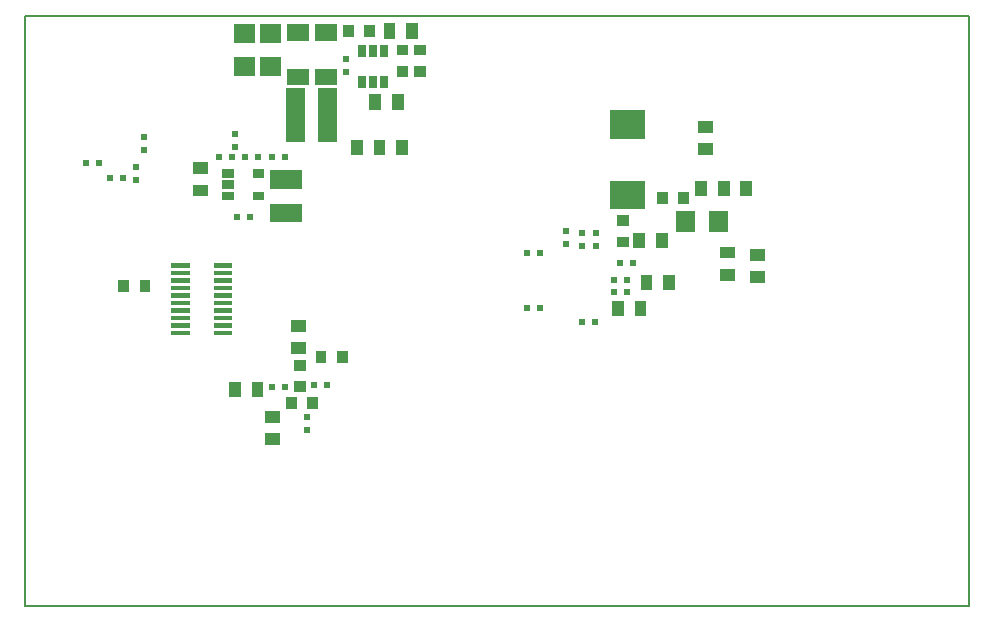
<source format=gbp>
*
%FSLAX26Y26*%
%MOIN*%
%ADD10R,0.015748X0.015748*%
%ADD11R,0.035433X0.035433*%
%ADD12R,0.039370X0.039370*%
%ADD13R,0.023622X0.023622*%
%ADD14R,0.062992X0.062992*%
%ADD15R,0.094488X0.094488*%
%ADD16R,0.055118X0.055118*%
%ADD17R,0.027559X0.027559*%
%ADD18C,0.006000*%
%IPPOS*%
%LNbp*%
%LPD*%
G75*
G54D10*
X496063Y1136122D02*
X543307D01*
X637795D02*
X685039D01*
X496063Y1111122D02*
X543307D01*
X637795D02*
X685039D01*
X496063Y1086122D02*
X543307D01*
X637795D02*
X685039D01*
X496063Y1061122D02*
X543307D01*
X637795D02*
X685039D01*
X496063Y1036122D02*
X543307D01*
X637795D02*
X685039D01*
X496063Y1011122D02*
X543307D01*
X637795D02*
X685039D01*
X496063Y986122D02*
X543307D01*
X637795D02*
X685039D01*
X496063Y961122D02*
X543307D01*
X637795D02*
X685039D01*
X496063Y936122D02*
X543307D01*
X637795D02*
X685039D01*
X637795Y911122D02*
X685039D01*
X496063D02*
X543307D01*
G54D11*
X988189Y828740D02*
Y832677D01*
X1059055Y828740D02*
Y832677D01*
X1149606Y1915354D02*
Y1919291D01*
X1078740Y1915354D02*
Y1919291D01*
X2125984Y1360236D02*
Y1364173D01*
X2196850Y1360236D02*
Y1364173D01*
X889764Y675197D02*
Y679134D01*
X960630Y675197D02*
Y679134D01*
X401575Y1066929D02*
Y1070866D01*
X330709Y1066929D02*
Y1070866D01*
X915354Y803150D02*
X919291D01*
X915354Y732283D02*
X919291D01*
X1992126Y1214567D02*
X1996063D01*
X1992126Y1285433D02*
X1996063D01*
X1314961Y1854331D02*
X1318898D01*
X1314961Y1783465D02*
X1318898D01*
X1257874Y1854331D02*
X1261811D01*
X1257874Y1783465D02*
X1261811D01*
G54D12*
X2263780Y1523622D02*
X2275591D01*
X2263780Y1598425D02*
X2275591D01*
X2437008Y1096457D02*
X2448819D01*
X2437008Y1171260D02*
X2448819D01*
X820866Y557087D02*
X832677D01*
X820866Y631890D02*
X832677D01*
X907480Y935039D02*
X919291D01*
X907480Y860236D02*
X919291D01*
X580709Y1460630D02*
X592520D01*
X580709Y1385827D02*
X592520D01*
X2336614Y1179134D02*
X2348425D01*
X2336614Y1104331D02*
X2348425D01*
G54D13*
X940945Y586614D03*
Y629921D03*
X1070866Y1779528D03*
Y1822835D03*
X1857283Y1200787D03*
Y1244094D03*
X397638Y1519685D03*
Y1562992D03*
X702756Y1572835D03*
Y1529528D03*
X370079Y1421260D03*
Y1464567D03*
X1803150Y1207677D03*
Y1250984D03*
X1905512Y1244094D03*
Y1200787D03*
X1007874Y738189D03*
X964567D03*
X868110Y732283D03*
X824803D03*
X706693Y1297244D03*
X750000D03*
X285433Y1429134D03*
X328740D03*
X1964567Y1086614D03*
X2007874D03*
X735236Y1496063D03*
X778543D03*
X868110D03*
X824803D03*
X2029528Y1144685D03*
X1986220D03*
X1718504Y995079D03*
X1675197D03*
Y1178150D03*
X1718504D03*
X1964567Y1047244D03*
X2007874D03*
X1858268Y948819D03*
X1901575D03*
X204724Y1476378D03*
X248031D03*
X690945Y1496063D03*
X647638D03*
G54D12*
X701772Y716535D02*
Y728346D01*
X776575Y716535D02*
Y728346D01*
X2330709Y1385827D02*
Y1397638D01*
X2405512Y1385827D02*
Y1397638D01*
X1216535Y1911417D02*
Y1923228D01*
X1291339Y1911417D02*
Y1923228D01*
X1169291Y1675197D02*
Y1687008D01*
X1244094Y1675197D02*
Y1687008D01*
X2053150Y986220D02*
Y998031D01*
X1978346Y986220D02*
Y998031D01*
X2330709Y1385827D02*
Y1397638D01*
X2255906Y1385827D02*
Y1397638D01*
X2124016Y1212598D02*
Y1224409D01*
X2049213Y1212598D02*
Y1224409D01*
X2147638Y1072835D02*
Y1084646D01*
X2072835Y1072835D02*
Y1084646D01*
X1183071Y1523622D02*
Y1535433D01*
X1108268Y1523622D02*
Y1535433D01*
X1257874Y1523622D02*
Y1535433D01*
X1183071Y1523622D02*
Y1535433D01*
G54D14*
X1009843Y1580709D02*
Y1694882D01*
X903543Y1580709D02*
Y1694882D01*
G54D15*
X1998031Y1606299D02*
X2021654D01*
X1998031Y1370079D02*
X2021654D01*
G54D14*
X728346Y1799213D02*
X736220D01*
X728346Y1909449D02*
X736220D01*
X816929D02*
X824803D01*
X816929Y1799213D02*
X824803D01*
X848425Y1421260D02*
X891732D01*
X848425Y1311024D02*
X891732D01*
X2312992Y1279528D02*
Y1287402D01*
X2202756Y1279528D02*
Y1287402D01*
G54D16*
X994094Y1763780D02*
X1013780D01*
X994094Y1913386D02*
X1013780D01*
X901575Y1763780D02*
X921260D01*
X901575Y1913386D02*
X921260D01*
G54D17*
X1161417Y1844488D02*
Y1856299D01*
X1124016Y1844488D02*
Y1856299D01*
Y1742126D02*
Y1753937D01*
X1161417Y1742126D02*
Y1753937D01*
X1198819Y1742126D02*
Y1753937D01*
Y1844488D02*
Y1856299D01*
X671260Y1405512D02*
X683071D01*
X671260Y1442913D02*
X683071D01*
X773622Y1368110D02*
X785433D01*
X773622Y1442913D02*
X785433D01*
X671260Y1368110D02*
X683071D01*
G54D18*
X0Y0D02*
Y1968504D01*
Y0D02*
X3149606D01*
Y1968504D01*
X0D02*
X3149606D01*
M02*

</source>
